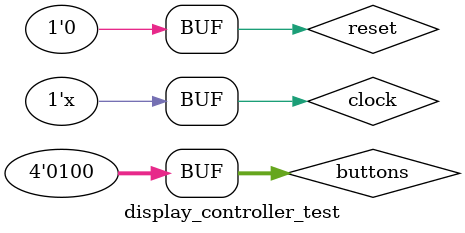
<source format=v>
`timescale 1ns / 1ps


module display_controller_test();
wire hsync,vsync;
wire [3:0] vga_r,vga_g,vga_b;
wire clock_1s_led;
reg [3:0]buttons;
reg reset = 1;
reg clock = 0;

always #1 clock = ~clock;

Led_Display_Controller_Test dut(hsync,vsync,vga_r,vga_g,vga_b,clock_1s_led,buttons,clock_100Mhz,reset);
initial begin
#1.5;
reset = 0;
buttons = 4'b0100;
#1000;



end

endmodule

</source>
